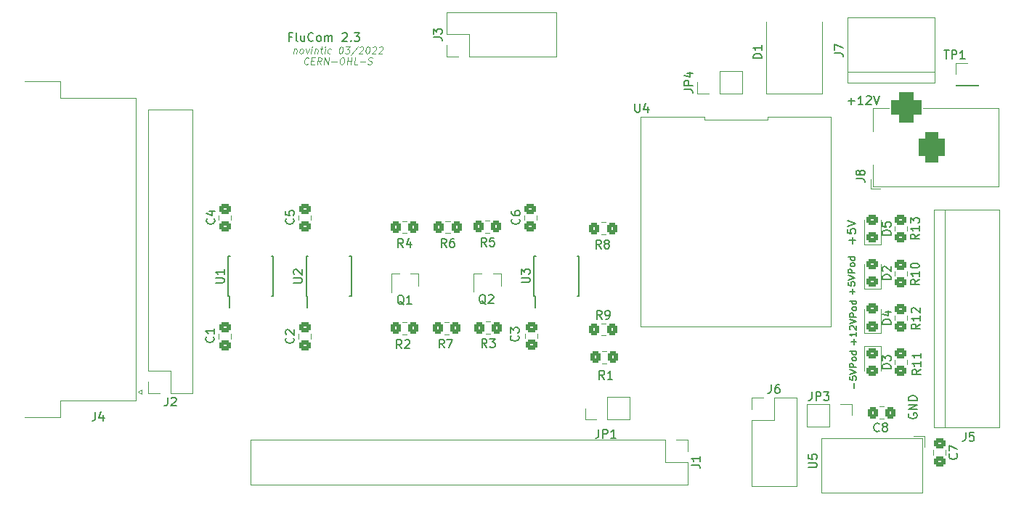
<source format=gbr>
G04 #@! TF.GenerationSoftware,KiCad,Pcbnew,(6.0.4-0)*
G04 #@! TF.CreationDate,2022-04-08T08:31:38+02:00*
G04 #@! TF.ProjectId,FluCom2,466c7543-6f6d-4322-9e6b-696361645f70,2.3*
G04 #@! TF.SameCoordinates,Original*
G04 #@! TF.FileFunction,Legend,Top*
G04 #@! TF.FilePolarity,Positive*
%FSLAX46Y46*%
G04 Gerber Fmt 4.6, Leading zero omitted, Abs format (unit mm)*
G04 Created by KiCad (PCBNEW (6.0.4-0)) date 2022-04-08 08:31:38*
%MOMM*%
%LPD*%
G01*
G04 APERTURE LIST*
G04 Aperture macros list*
%AMRoundRect*
0 Rectangle with rounded corners*
0 $1 Rounding radius*
0 $2 $3 $4 $5 $6 $7 $8 $9 X,Y pos of 4 corners*
0 Add a 4 corners polygon primitive as box body*
4,1,4,$2,$3,$4,$5,$6,$7,$8,$9,$2,$3,0*
0 Add four circle primitives for the rounded corners*
1,1,$1+$1,$2,$3*
1,1,$1+$1,$4,$5*
1,1,$1+$1,$6,$7*
1,1,$1+$1,$8,$9*
0 Add four rect primitives between the rounded corners*
20,1,$1+$1,$2,$3,$4,$5,0*
20,1,$1+$1,$4,$5,$6,$7,0*
20,1,$1+$1,$6,$7,$8,$9,0*
20,1,$1+$1,$8,$9,$2,$3,0*%
G04 Aperture macros list end*
%ADD10C,0.200000*%
%ADD11C,0.100000*%
%ADD12C,0.150000*%
%ADD13C,0.120000*%
%ADD14RoundRect,0.250000X-0.450000X0.325000X-0.450000X-0.325000X0.450000X-0.325000X0.450000X0.325000X0*%
%ADD15RoundRect,0.250000X0.450000X-0.325000X0.450000X0.325000X-0.450000X0.325000X-0.450000X-0.325000X0*%
%ADD16R,3.300000X2.500000*%
%ADD17R,1.700000X1.700000*%
%ADD18O,1.700000X1.700000*%
%ADD19R,3.500000X3.500000*%
%ADD20RoundRect,0.750000X0.750000X1.000000X-0.750000X1.000000X-0.750000X-1.000000X0.750000X-1.000000X0*%
%ADD21RoundRect,0.875000X0.875000X0.875000X-0.875000X0.875000X-0.875000X-0.875000X0.875000X-0.875000X0*%
%ADD22R,3.000000X3.000000*%
%ADD23C,3.000000*%
%ADD24R,0.800000X0.900000*%
%ADD25RoundRect,0.250000X0.325000X0.450000X-0.325000X0.450000X-0.325000X-0.450000X0.325000X-0.450000X0*%
%ADD26R,0.450000X1.450000*%
%ADD27R,1.500000X2.000000*%
%ADD28O,1.500000X2.000000*%
%ADD29RoundRect,0.250000X-0.325000X-0.450000X0.325000X-0.450000X0.325000X0.450000X-0.325000X0.450000X0*%
%ADD30R,1.600000X1.600000*%
%ADD31C,1.600000*%
%ADD32O,2.000000X1.200000*%
G04 APERTURE END LIST*
D10*
X88186095Y-87152171D02*
X87852761Y-87152171D01*
X87852761Y-87675980D02*
X87852761Y-86675980D01*
X88328952Y-86675980D01*
X88852761Y-87675980D02*
X88757523Y-87628361D01*
X88709904Y-87533123D01*
X88709904Y-86675980D01*
X89662285Y-87009314D02*
X89662285Y-87675980D01*
X89233714Y-87009314D02*
X89233714Y-87533123D01*
X89281333Y-87628361D01*
X89376571Y-87675980D01*
X89519428Y-87675980D01*
X89614666Y-87628361D01*
X89662285Y-87580742D01*
X90709904Y-87580742D02*
X90662285Y-87628361D01*
X90519428Y-87675980D01*
X90424190Y-87675980D01*
X90281333Y-87628361D01*
X90186095Y-87533123D01*
X90138476Y-87437885D01*
X90090857Y-87247409D01*
X90090857Y-87104552D01*
X90138476Y-86914076D01*
X90186095Y-86818838D01*
X90281333Y-86723600D01*
X90424190Y-86675980D01*
X90519428Y-86675980D01*
X90662285Y-86723600D01*
X90709904Y-86771219D01*
X91281333Y-87675980D02*
X91186095Y-87628361D01*
X91138476Y-87580742D01*
X91090857Y-87485504D01*
X91090857Y-87199790D01*
X91138476Y-87104552D01*
X91186095Y-87056933D01*
X91281333Y-87009314D01*
X91424190Y-87009314D01*
X91519428Y-87056933D01*
X91567047Y-87104552D01*
X91614666Y-87199790D01*
X91614666Y-87485504D01*
X91567047Y-87580742D01*
X91519428Y-87628361D01*
X91424190Y-87675980D01*
X91281333Y-87675980D01*
X92043238Y-87675980D02*
X92043238Y-87009314D01*
X92043238Y-87104552D02*
X92090857Y-87056933D01*
X92186095Y-87009314D01*
X92328952Y-87009314D01*
X92424190Y-87056933D01*
X92471809Y-87152171D01*
X92471809Y-87675980D01*
X92471809Y-87152171D02*
X92519428Y-87056933D01*
X92614666Y-87009314D01*
X92757523Y-87009314D01*
X92852761Y-87056933D01*
X92900380Y-87152171D01*
X92900380Y-87675980D01*
X94090857Y-86771219D02*
X94138476Y-86723600D01*
X94233714Y-86675980D01*
X94471809Y-86675980D01*
X94567047Y-86723600D01*
X94614666Y-86771219D01*
X94662285Y-86866457D01*
X94662285Y-86961695D01*
X94614666Y-87104552D01*
X94043238Y-87675980D01*
X94662285Y-87675980D01*
X95090857Y-87580742D02*
X95138476Y-87628361D01*
X95090857Y-87675980D01*
X95043238Y-87628361D01*
X95090857Y-87580742D01*
X95090857Y-87675980D01*
X95471809Y-86675980D02*
X96090857Y-86675980D01*
X95757523Y-87056933D01*
X95900380Y-87056933D01*
X95995619Y-87104552D01*
X96043238Y-87152171D01*
X96090857Y-87247409D01*
X96090857Y-87485504D01*
X96043238Y-87580742D01*
X95995619Y-87628361D01*
X95900380Y-87675980D01*
X95614666Y-87675980D01*
X95519428Y-87628361D01*
X95471809Y-87580742D01*
D11*
X88453423Y-88541771D02*
X88386757Y-89075104D01*
X88443900Y-88617961D02*
X88486757Y-88579866D01*
X88567709Y-88541771D01*
X88681995Y-88541771D01*
X88753423Y-88579866D01*
X88781995Y-88656057D01*
X88729614Y-89075104D01*
X89224852Y-89075104D02*
X89153423Y-89037009D01*
X89120090Y-88998914D01*
X89091519Y-88922723D01*
X89120090Y-88694152D01*
X89167709Y-88617961D01*
X89210566Y-88579866D01*
X89291519Y-88541771D01*
X89405804Y-88541771D01*
X89477233Y-88579866D01*
X89510566Y-88617961D01*
X89539138Y-88694152D01*
X89510566Y-88922723D01*
X89462947Y-88998914D01*
X89420090Y-89037009D01*
X89339138Y-89075104D01*
X89224852Y-89075104D01*
X89824852Y-88541771D02*
X89948661Y-89075104D01*
X90205804Y-88541771D01*
X90443900Y-89075104D02*
X90510566Y-88541771D01*
X90543900Y-88275104D02*
X90501042Y-88313200D01*
X90534376Y-88351295D01*
X90577233Y-88313200D01*
X90543900Y-88275104D01*
X90534376Y-88351295D01*
X90891519Y-88541771D02*
X90824852Y-89075104D01*
X90881995Y-88617961D02*
X90924852Y-88579866D01*
X91005804Y-88541771D01*
X91120090Y-88541771D01*
X91191519Y-88579866D01*
X91220090Y-88656057D01*
X91167709Y-89075104D01*
X91501042Y-88541771D02*
X91805804Y-88541771D01*
X91648661Y-88275104D02*
X91562947Y-88960819D01*
X91591519Y-89037009D01*
X91662947Y-89075104D01*
X91739138Y-89075104D01*
X92005804Y-89075104D02*
X92072471Y-88541771D01*
X92105804Y-88275104D02*
X92062947Y-88313200D01*
X92096280Y-88351295D01*
X92139138Y-88313200D01*
X92105804Y-88275104D01*
X92096280Y-88351295D01*
X92734376Y-89037009D02*
X92653423Y-89075104D01*
X92501042Y-89075104D01*
X92429614Y-89037009D01*
X92396280Y-88998914D01*
X92367709Y-88922723D01*
X92396280Y-88694152D01*
X92443900Y-88617961D01*
X92486757Y-88579866D01*
X92567709Y-88541771D01*
X92720090Y-88541771D01*
X92791519Y-88579866D01*
X93934376Y-88275104D02*
X94010566Y-88275104D01*
X94081995Y-88313200D01*
X94115328Y-88351295D01*
X94143900Y-88427485D01*
X94162947Y-88579866D01*
X94139138Y-88770342D01*
X94081995Y-88922723D01*
X94034376Y-88998914D01*
X93991519Y-89037009D01*
X93910566Y-89075104D01*
X93834376Y-89075104D01*
X93762947Y-89037009D01*
X93729614Y-88998914D01*
X93701042Y-88922723D01*
X93681995Y-88770342D01*
X93705804Y-88579866D01*
X93762947Y-88427485D01*
X93810566Y-88351295D01*
X93853423Y-88313200D01*
X93934376Y-88275104D01*
X94467709Y-88275104D02*
X94962947Y-88275104D01*
X94658185Y-88579866D01*
X94772471Y-88579866D01*
X94843900Y-88617961D01*
X94877233Y-88656057D01*
X94905804Y-88732247D01*
X94881995Y-88922723D01*
X94834376Y-88998914D01*
X94791519Y-89037009D01*
X94710566Y-89075104D01*
X94481995Y-89075104D01*
X94410566Y-89037009D01*
X94377233Y-88998914D01*
X95881995Y-88237009D02*
X95067709Y-89265580D01*
X96096280Y-88351295D02*
X96139138Y-88313200D01*
X96220090Y-88275104D01*
X96410566Y-88275104D01*
X96481995Y-88313200D01*
X96515328Y-88351295D01*
X96543900Y-88427485D01*
X96534376Y-88503676D01*
X96481995Y-88617961D01*
X95967709Y-89075104D01*
X96462947Y-89075104D01*
X97058185Y-88275104D02*
X97134376Y-88275104D01*
X97205804Y-88313200D01*
X97239138Y-88351295D01*
X97267709Y-88427485D01*
X97286757Y-88579866D01*
X97262947Y-88770342D01*
X97205804Y-88922723D01*
X97158185Y-88998914D01*
X97115328Y-89037009D01*
X97034376Y-89075104D01*
X96958185Y-89075104D01*
X96886757Y-89037009D01*
X96853423Y-88998914D01*
X96824852Y-88922723D01*
X96805804Y-88770342D01*
X96829614Y-88579866D01*
X96886757Y-88427485D01*
X96934376Y-88351295D01*
X96977233Y-88313200D01*
X97058185Y-88275104D01*
X97620090Y-88351295D02*
X97662947Y-88313200D01*
X97743900Y-88275104D01*
X97934376Y-88275104D01*
X98005804Y-88313200D01*
X98039138Y-88351295D01*
X98067709Y-88427485D01*
X98058185Y-88503676D01*
X98005804Y-88617961D01*
X97491519Y-89075104D01*
X97986757Y-89075104D01*
X98381995Y-88351295D02*
X98424852Y-88313200D01*
X98505804Y-88275104D01*
X98696280Y-88275104D01*
X98767709Y-88313200D01*
X98801042Y-88351295D01*
X98829614Y-88427485D01*
X98820090Y-88503676D01*
X98767709Y-88617961D01*
X98253423Y-89075104D01*
X98748661Y-89075104D01*
X90091519Y-90286914D02*
X90048661Y-90325009D01*
X89929614Y-90363104D01*
X89853423Y-90363104D01*
X89743900Y-90325009D01*
X89677233Y-90248819D01*
X89648661Y-90172628D01*
X89629614Y-90020247D01*
X89643900Y-89905961D01*
X89701042Y-89753580D01*
X89748661Y-89677390D01*
X89834376Y-89601200D01*
X89953423Y-89563104D01*
X90029614Y-89563104D01*
X90139138Y-89601200D01*
X90172471Y-89639295D01*
X90477233Y-89944057D02*
X90743900Y-89944057D01*
X90805804Y-90363104D02*
X90424852Y-90363104D01*
X90524852Y-89563104D01*
X90905804Y-89563104D01*
X91605804Y-90363104D02*
X91386757Y-89982152D01*
X91148661Y-90363104D02*
X91248661Y-89563104D01*
X91553423Y-89563104D01*
X91624852Y-89601200D01*
X91658185Y-89639295D01*
X91686757Y-89715485D01*
X91672471Y-89829771D01*
X91624852Y-89905961D01*
X91581995Y-89944057D01*
X91501042Y-89982152D01*
X91196280Y-89982152D01*
X91948661Y-90363104D02*
X92048661Y-89563104D01*
X92405804Y-90363104D01*
X92505804Y-89563104D01*
X92824852Y-90058342D02*
X93434376Y-90058342D01*
X94029614Y-89563104D02*
X94181995Y-89563104D01*
X94253423Y-89601200D01*
X94320090Y-89677390D01*
X94339138Y-89829771D01*
X94305804Y-90096438D01*
X94248661Y-90248819D01*
X94162947Y-90325009D01*
X94081995Y-90363104D01*
X93929614Y-90363104D01*
X93858185Y-90325009D01*
X93791519Y-90248819D01*
X93772471Y-90096438D01*
X93805804Y-89829771D01*
X93862947Y-89677390D01*
X93948661Y-89601200D01*
X94029614Y-89563104D01*
X94615328Y-90363104D02*
X94715328Y-89563104D01*
X94667709Y-89944057D02*
X95124852Y-89944057D01*
X95072471Y-90363104D02*
X95172471Y-89563104D01*
X95834376Y-90363104D02*
X95453423Y-90363104D01*
X95553423Y-89563104D01*
X96139138Y-90058342D02*
X96748661Y-90058342D01*
X97058185Y-90325009D02*
X97167709Y-90363104D01*
X97358185Y-90363104D01*
X97439138Y-90325009D01*
X97481995Y-90286914D01*
X97529614Y-90210723D01*
X97539138Y-90134533D01*
X97510566Y-90058342D01*
X97477233Y-90020247D01*
X97405804Y-89982152D01*
X97258185Y-89944057D01*
X97186757Y-89905961D01*
X97153423Y-89867866D01*
X97124852Y-89791676D01*
X97134376Y-89715485D01*
X97181995Y-89639295D01*
X97224852Y-89601200D01*
X97305804Y-89563104D01*
X97496280Y-89563104D01*
X97605804Y-89601200D01*
D10*
X153557142Y-117152380D02*
X153557142Y-116542857D01*
X153861904Y-116847619D02*
X153252380Y-116847619D01*
X153061904Y-115780952D02*
X153061904Y-116161904D01*
X153442857Y-116200000D01*
X153404761Y-116161904D01*
X153366666Y-116085714D01*
X153366666Y-115895238D01*
X153404761Y-115819047D01*
X153442857Y-115780952D01*
X153519047Y-115742857D01*
X153709523Y-115742857D01*
X153785714Y-115780952D01*
X153823809Y-115819047D01*
X153861904Y-115895238D01*
X153861904Y-116085714D01*
X153823809Y-116161904D01*
X153785714Y-116200000D01*
X153061904Y-115514285D02*
X153861904Y-115247619D01*
X153061904Y-114980952D01*
X153861904Y-114714285D02*
X153061904Y-114714285D01*
X153061904Y-114409523D01*
X153100000Y-114333333D01*
X153138095Y-114295238D01*
X153214285Y-114257142D01*
X153328571Y-114257142D01*
X153404761Y-114295238D01*
X153442857Y-114333333D01*
X153480952Y-114409523D01*
X153480952Y-114714285D01*
X153861904Y-113800000D02*
X153823809Y-113876190D01*
X153785714Y-113914285D01*
X153709523Y-113952380D01*
X153480952Y-113952380D01*
X153404761Y-113914285D01*
X153366666Y-113876190D01*
X153328571Y-113800000D01*
X153328571Y-113685714D01*
X153366666Y-113609523D01*
X153404761Y-113571428D01*
X153480952Y-113533333D01*
X153709523Y-113533333D01*
X153785714Y-113571428D01*
X153823809Y-113609523D01*
X153861904Y-113685714D01*
X153861904Y-113800000D01*
X153861904Y-112847619D02*
X153061904Y-112847619D01*
X153823809Y-112847619D02*
X153861904Y-112923809D01*
X153861904Y-113076190D01*
X153823809Y-113152380D01*
X153785714Y-113190476D01*
X153709523Y-113228571D01*
X153480952Y-113228571D01*
X153404761Y-113190476D01*
X153366666Y-113152380D01*
X153328571Y-113076190D01*
X153328571Y-112923809D01*
X153366666Y-112847619D01*
X153025695Y-94661028D02*
X153787600Y-94661028D01*
X153406647Y-95041980D02*
X153406647Y-94280076D01*
X154787600Y-95041980D02*
X154216171Y-95041980D01*
X154501885Y-95041980D02*
X154501885Y-94041980D01*
X154406647Y-94184838D01*
X154311409Y-94280076D01*
X154216171Y-94327695D01*
X155168552Y-94137219D02*
X155216171Y-94089600D01*
X155311409Y-94041980D01*
X155549504Y-94041980D01*
X155644742Y-94089600D01*
X155692361Y-94137219D01*
X155739980Y-94232457D01*
X155739980Y-94327695D01*
X155692361Y-94470552D01*
X155120933Y-95041980D01*
X155739980Y-95041980D01*
X156025695Y-94041980D02*
X156359028Y-95041980D01*
X156692361Y-94041980D01*
X160129600Y-131114704D02*
X160081980Y-131209942D01*
X160081980Y-131352800D01*
X160129600Y-131495657D01*
X160224838Y-131590895D01*
X160320076Y-131638514D01*
X160510552Y-131686133D01*
X160653409Y-131686133D01*
X160843885Y-131638514D01*
X160939123Y-131590895D01*
X161034361Y-131495657D01*
X161081980Y-131352800D01*
X161081980Y-131257561D01*
X161034361Y-131114704D01*
X160986742Y-131067085D01*
X160653409Y-131067085D01*
X160653409Y-131257561D01*
X161081980Y-130638514D02*
X160081980Y-130638514D01*
X161081980Y-130067085D01*
X160081980Y-130067085D01*
X161081980Y-129590895D02*
X160081980Y-129590895D01*
X160081980Y-129352800D01*
X160129600Y-129209942D01*
X160224838Y-129114704D01*
X160320076Y-129067085D01*
X160510552Y-129019466D01*
X160653409Y-129019466D01*
X160843885Y-129067085D01*
X160939123Y-129114704D01*
X161034361Y-129209942D01*
X161081980Y-129352800D01*
X161081980Y-129590895D01*
X153727142Y-123033333D02*
X153727142Y-122423809D01*
X154031904Y-122728571D02*
X153422380Y-122728571D01*
X154031904Y-121623809D02*
X154031904Y-122080952D01*
X154031904Y-121852380D02*
X153231904Y-121852380D01*
X153346190Y-121928571D01*
X153422380Y-122004761D01*
X153460476Y-122080952D01*
X153308095Y-121319047D02*
X153270000Y-121280952D01*
X153231904Y-121204761D01*
X153231904Y-121014285D01*
X153270000Y-120938095D01*
X153308095Y-120900000D01*
X153384285Y-120861904D01*
X153460476Y-120861904D01*
X153574761Y-120900000D01*
X154031904Y-121357142D01*
X154031904Y-120861904D01*
X153231904Y-120633333D02*
X154031904Y-120366666D01*
X153231904Y-120100000D01*
X154031904Y-119833333D02*
X153231904Y-119833333D01*
X153231904Y-119528571D01*
X153270000Y-119452380D01*
X153308095Y-119414285D01*
X153384285Y-119376190D01*
X153498571Y-119376190D01*
X153574761Y-119414285D01*
X153612857Y-119452380D01*
X153650952Y-119528571D01*
X153650952Y-119833333D01*
X154031904Y-118919047D02*
X153993809Y-118995238D01*
X153955714Y-119033333D01*
X153879523Y-119071428D01*
X153650952Y-119071428D01*
X153574761Y-119033333D01*
X153536666Y-118995238D01*
X153498571Y-118919047D01*
X153498571Y-118804761D01*
X153536666Y-118728571D01*
X153574761Y-118690476D01*
X153650952Y-118652380D01*
X153879523Y-118652380D01*
X153955714Y-118690476D01*
X153993809Y-118728571D01*
X154031904Y-118804761D01*
X154031904Y-118919047D01*
X154031904Y-117966666D02*
X153231904Y-117966666D01*
X153993809Y-117966666D02*
X154031904Y-118042857D01*
X154031904Y-118195238D01*
X153993809Y-118271428D01*
X153955714Y-118309523D01*
X153879523Y-118347619D01*
X153650952Y-118347619D01*
X153574761Y-118309523D01*
X153536666Y-118271428D01*
X153498571Y-118195238D01*
X153498571Y-118042857D01*
X153536666Y-117966666D01*
X153727142Y-128152380D02*
X153727142Y-127542857D01*
X153231904Y-126780952D02*
X153231904Y-127161904D01*
X153612857Y-127200000D01*
X153574761Y-127161904D01*
X153536666Y-127085714D01*
X153536666Y-126895238D01*
X153574761Y-126819047D01*
X153612857Y-126780952D01*
X153689047Y-126742857D01*
X153879523Y-126742857D01*
X153955714Y-126780952D01*
X153993809Y-126819047D01*
X154031904Y-126895238D01*
X154031904Y-127085714D01*
X153993809Y-127161904D01*
X153955714Y-127200000D01*
X153231904Y-126514285D02*
X154031904Y-126247619D01*
X153231904Y-125980952D01*
X154031904Y-125714285D02*
X153231904Y-125714285D01*
X153231904Y-125409523D01*
X153270000Y-125333333D01*
X153308095Y-125295238D01*
X153384285Y-125257142D01*
X153498571Y-125257142D01*
X153574761Y-125295238D01*
X153612857Y-125333333D01*
X153650952Y-125409523D01*
X153650952Y-125714285D01*
X154031904Y-124800000D02*
X153993809Y-124876190D01*
X153955714Y-124914285D01*
X153879523Y-124952380D01*
X153650952Y-124952380D01*
X153574761Y-124914285D01*
X153536666Y-124876190D01*
X153498571Y-124800000D01*
X153498571Y-124685714D01*
X153536666Y-124609523D01*
X153574761Y-124571428D01*
X153650952Y-124533333D01*
X153879523Y-124533333D01*
X153955714Y-124571428D01*
X153993809Y-124609523D01*
X154031904Y-124685714D01*
X154031904Y-124800000D01*
X154031904Y-123847619D02*
X153231904Y-123847619D01*
X153993809Y-123847619D02*
X154031904Y-123923809D01*
X154031904Y-124076190D01*
X153993809Y-124152380D01*
X153955714Y-124190476D01*
X153879523Y-124228571D01*
X153650952Y-124228571D01*
X153574761Y-124190476D01*
X153536666Y-124152380D01*
X153498571Y-124076190D01*
X153498571Y-123923809D01*
X153536666Y-123847619D01*
X153571428Y-111285714D02*
X153571428Y-110523809D01*
X153952380Y-110904761D02*
X153190476Y-110904761D01*
X152952380Y-109571428D02*
X152952380Y-110047619D01*
X153428571Y-110095238D01*
X153380952Y-110047619D01*
X153333333Y-109952380D01*
X153333333Y-109714285D01*
X153380952Y-109619047D01*
X153428571Y-109571428D01*
X153523809Y-109523809D01*
X153761904Y-109523809D01*
X153857142Y-109571428D01*
X153904761Y-109619047D01*
X153952380Y-109714285D01*
X153952380Y-109952380D01*
X153904761Y-110047619D01*
X153857142Y-110095238D01*
X152952380Y-109238095D02*
X153952380Y-108904761D01*
X152952380Y-108571428D01*
D12*
X79057142Y-122166666D02*
X79104761Y-122214285D01*
X79152380Y-122357142D01*
X79152380Y-122452380D01*
X79104761Y-122595238D01*
X79009523Y-122690476D01*
X78914285Y-122738095D01*
X78723809Y-122785714D01*
X78580952Y-122785714D01*
X78390476Y-122738095D01*
X78295238Y-122690476D01*
X78200000Y-122595238D01*
X78152380Y-122452380D01*
X78152380Y-122357142D01*
X78200000Y-122214285D01*
X78247619Y-122166666D01*
X79152380Y-121214285D02*
X79152380Y-121785714D01*
X79152380Y-121500000D02*
X78152380Y-121500000D01*
X78295238Y-121595238D01*
X78390476Y-121690476D01*
X78438095Y-121785714D01*
X88357142Y-122266666D02*
X88404761Y-122314285D01*
X88452380Y-122457142D01*
X88452380Y-122552380D01*
X88404761Y-122695238D01*
X88309523Y-122790476D01*
X88214285Y-122838095D01*
X88023809Y-122885714D01*
X87880952Y-122885714D01*
X87690476Y-122838095D01*
X87595238Y-122790476D01*
X87500000Y-122695238D01*
X87452380Y-122552380D01*
X87452380Y-122457142D01*
X87500000Y-122314285D01*
X87547619Y-122266666D01*
X87547619Y-121885714D02*
X87500000Y-121838095D01*
X87452380Y-121742857D01*
X87452380Y-121504761D01*
X87500000Y-121409523D01*
X87547619Y-121361904D01*
X87642857Y-121314285D01*
X87738095Y-121314285D01*
X87880952Y-121361904D01*
X88452380Y-121933333D01*
X88452380Y-121314285D01*
X88357142Y-108366666D02*
X88404761Y-108414285D01*
X88452380Y-108557142D01*
X88452380Y-108652380D01*
X88404761Y-108795238D01*
X88309523Y-108890476D01*
X88214285Y-108938095D01*
X88023809Y-108985714D01*
X87880952Y-108985714D01*
X87690476Y-108938095D01*
X87595238Y-108890476D01*
X87500000Y-108795238D01*
X87452380Y-108652380D01*
X87452380Y-108557142D01*
X87500000Y-108414285D01*
X87547619Y-108366666D01*
X87452380Y-107461904D02*
X87452380Y-107938095D01*
X87928571Y-107985714D01*
X87880952Y-107938095D01*
X87833333Y-107842857D01*
X87833333Y-107604761D01*
X87880952Y-107509523D01*
X87928571Y-107461904D01*
X88023809Y-107414285D01*
X88261904Y-107414285D01*
X88357142Y-107461904D01*
X88404761Y-107509523D01*
X88452380Y-107604761D01*
X88452380Y-107842857D01*
X88404761Y-107938095D01*
X88357142Y-107985714D01*
X165710142Y-135802666D02*
X165757761Y-135850285D01*
X165805380Y-135993142D01*
X165805380Y-136088380D01*
X165757761Y-136231238D01*
X165662523Y-136326476D01*
X165567285Y-136374095D01*
X165376809Y-136421714D01*
X165233952Y-136421714D01*
X165043476Y-136374095D01*
X164948238Y-136326476D01*
X164853000Y-136231238D01*
X164805380Y-136088380D01*
X164805380Y-135993142D01*
X164853000Y-135850285D01*
X164900619Y-135802666D01*
X164805380Y-135469333D02*
X164805380Y-134802666D01*
X165805380Y-135231238D01*
X158027380Y-115463095D02*
X157027380Y-115463095D01*
X157027380Y-115225000D01*
X157075000Y-115082142D01*
X157170238Y-114986904D01*
X157265476Y-114939285D01*
X157455952Y-114891666D01*
X157598809Y-114891666D01*
X157789285Y-114939285D01*
X157884523Y-114986904D01*
X157979761Y-115082142D01*
X158027380Y-115225000D01*
X158027380Y-115463095D01*
X157122619Y-114510714D02*
X157075000Y-114463095D01*
X157027380Y-114367857D01*
X157027380Y-114129761D01*
X157075000Y-114034523D01*
X157122619Y-113986904D01*
X157217857Y-113939285D01*
X157313095Y-113939285D01*
X157455952Y-113986904D01*
X158027380Y-114558333D01*
X158027380Y-113939285D01*
X158027380Y-125863095D02*
X157027380Y-125863095D01*
X157027380Y-125625000D01*
X157075000Y-125482142D01*
X157170238Y-125386904D01*
X157265476Y-125339285D01*
X157455952Y-125291666D01*
X157598809Y-125291666D01*
X157789285Y-125339285D01*
X157884523Y-125386904D01*
X157979761Y-125482142D01*
X158027380Y-125625000D01*
X158027380Y-125863095D01*
X157027380Y-124958333D02*
X157027380Y-124339285D01*
X157408333Y-124672619D01*
X157408333Y-124529761D01*
X157455952Y-124434523D01*
X157503571Y-124386904D01*
X157598809Y-124339285D01*
X157836904Y-124339285D01*
X157932142Y-124386904D01*
X157979761Y-124434523D01*
X158027380Y-124529761D01*
X158027380Y-124815476D01*
X157979761Y-124910714D01*
X157932142Y-124958333D01*
X158059380Y-120663095D02*
X157059380Y-120663095D01*
X157059380Y-120425000D01*
X157107000Y-120282142D01*
X157202238Y-120186904D01*
X157297476Y-120139285D01*
X157487952Y-120091666D01*
X157630809Y-120091666D01*
X157821285Y-120139285D01*
X157916523Y-120186904D01*
X158011761Y-120282142D01*
X158059380Y-120425000D01*
X158059380Y-120663095D01*
X157392714Y-119234523D02*
X158059380Y-119234523D01*
X157011761Y-119472619D02*
X157726047Y-119710714D01*
X157726047Y-119091666D01*
X158027380Y-110263095D02*
X157027380Y-110263095D01*
X157027380Y-110025000D01*
X157075000Y-109882142D01*
X157170238Y-109786904D01*
X157265476Y-109739285D01*
X157455952Y-109691666D01*
X157598809Y-109691666D01*
X157789285Y-109739285D01*
X157884523Y-109786904D01*
X157979761Y-109882142D01*
X158027380Y-110025000D01*
X158027380Y-110263095D01*
X157027380Y-108786904D02*
X157027380Y-109263095D01*
X157503571Y-109310714D01*
X157455952Y-109263095D01*
X157408333Y-109167857D01*
X157408333Y-108929761D01*
X157455952Y-108834523D01*
X157503571Y-108786904D01*
X157598809Y-108739285D01*
X157836904Y-108739285D01*
X157932142Y-108786904D01*
X157979761Y-108834523D01*
X158027380Y-108929761D01*
X158027380Y-109167857D01*
X157979761Y-109263095D01*
X157932142Y-109310714D01*
X142971780Y-89663495D02*
X141971780Y-89663495D01*
X141971780Y-89425400D01*
X142019400Y-89282542D01*
X142114638Y-89187304D01*
X142209876Y-89139685D01*
X142400352Y-89092066D01*
X142543209Y-89092066D01*
X142733685Y-89139685D01*
X142828923Y-89187304D01*
X142924161Y-89282542D01*
X142971780Y-89425400D01*
X142971780Y-89663495D01*
X142971780Y-88139685D02*
X142971780Y-88711114D01*
X142971780Y-88425400D02*
X141971780Y-88425400D01*
X142114638Y-88520638D01*
X142209876Y-88615876D01*
X142257495Y-88711114D01*
X134782380Y-137103333D02*
X135496666Y-137103333D01*
X135639523Y-137150952D01*
X135734761Y-137246190D01*
X135782380Y-137389047D01*
X135782380Y-137484285D01*
X135782380Y-136103333D02*
X135782380Y-136674761D01*
X135782380Y-136389047D02*
X134782380Y-136389047D01*
X134925238Y-136484285D01*
X135020476Y-136579523D01*
X135068095Y-136674761D01*
X73711666Y-129207380D02*
X73711666Y-129921666D01*
X73664047Y-130064523D01*
X73568809Y-130159761D01*
X73425952Y-130207380D01*
X73330714Y-130207380D01*
X74140238Y-129302619D02*
X74187857Y-129255000D01*
X74283095Y-129207380D01*
X74521190Y-129207380D01*
X74616428Y-129255000D01*
X74664047Y-129302619D01*
X74711666Y-129397857D01*
X74711666Y-129493095D01*
X74664047Y-129635952D01*
X74092619Y-130207380D01*
X74711666Y-130207380D01*
X153991380Y-103708333D02*
X154705666Y-103708333D01*
X154848523Y-103755952D01*
X154943761Y-103851190D01*
X154991380Y-103994047D01*
X154991380Y-104089285D01*
X154419952Y-103089285D02*
X154372333Y-103184523D01*
X154324714Y-103232142D01*
X154229476Y-103279761D01*
X154181857Y-103279761D01*
X154086619Y-103232142D01*
X154039000Y-103184523D01*
X153991380Y-103089285D01*
X153991380Y-102898809D01*
X154039000Y-102803571D01*
X154086619Y-102755952D01*
X154181857Y-102708333D01*
X154229476Y-102708333D01*
X154324714Y-102755952D01*
X154372333Y-102803571D01*
X154419952Y-102898809D01*
X154419952Y-103089285D01*
X154467571Y-103184523D01*
X154515190Y-103232142D01*
X154610428Y-103279761D01*
X154800904Y-103279761D01*
X154896142Y-103232142D01*
X154943761Y-103184523D01*
X154991380Y-103089285D01*
X154991380Y-102898809D01*
X154943761Y-102803571D01*
X154896142Y-102755952D01*
X154800904Y-102708333D01*
X154610428Y-102708333D01*
X154515190Y-102755952D01*
X154467571Y-102803571D01*
X154419952Y-102898809D01*
X166747866Y-133310380D02*
X166747866Y-134024666D01*
X166700247Y-134167523D01*
X166605009Y-134262761D01*
X166462152Y-134310380D01*
X166366914Y-134310380D01*
X167700247Y-133310380D02*
X167224057Y-133310380D01*
X167176438Y-133786571D01*
X167224057Y-133738952D01*
X167319295Y-133691333D01*
X167557390Y-133691333D01*
X167652628Y-133738952D01*
X167700247Y-133786571D01*
X167747866Y-133881809D01*
X167747866Y-134119904D01*
X167700247Y-134215142D01*
X167652628Y-134262761D01*
X167557390Y-134310380D01*
X167319295Y-134310380D01*
X167224057Y-134262761D01*
X167176438Y-134215142D01*
X151452380Y-89033333D02*
X152166666Y-89033333D01*
X152309523Y-89080952D01*
X152404761Y-89176190D01*
X152452380Y-89319047D01*
X152452380Y-89414285D01*
X151452380Y-88652380D02*
X151452380Y-87985714D01*
X152452380Y-88414285D01*
X148823466Y-128585980D02*
X148823466Y-129300266D01*
X148775847Y-129443123D01*
X148680609Y-129538361D01*
X148537752Y-129585980D01*
X148442514Y-129585980D01*
X149299657Y-129585980D02*
X149299657Y-128585980D01*
X149680609Y-128585980D01*
X149775847Y-128633600D01*
X149823466Y-128681219D01*
X149871085Y-128776457D01*
X149871085Y-128919314D01*
X149823466Y-129014552D01*
X149775847Y-129062171D01*
X149680609Y-129109790D01*
X149299657Y-129109790D01*
X150204419Y-128585980D02*
X150823466Y-128585980D01*
X150490133Y-128966933D01*
X150632990Y-128966933D01*
X150728228Y-129014552D01*
X150775847Y-129062171D01*
X150823466Y-129157409D01*
X150823466Y-129395504D01*
X150775847Y-129490742D01*
X150728228Y-129538361D01*
X150632990Y-129585980D01*
X150347276Y-129585980D01*
X150252038Y-129538361D01*
X150204419Y-129490742D01*
X110806761Y-118347619D02*
X110711523Y-118300000D01*
X110616285Y-118204761D01*
X110473428Y-118061904D01*
X110378190Y-118014285D01*
X110282952Y-118014285D01*
X110330571Y-118252380D02*
X110235333Y-118204761D01*
X110140095Y-118109523D01*
X110092476Y-117919047D01*
X110092476Y-117585714D01*
X110140095Y-117395238D01*
X110235333Y-117300000D01*
X110330571Y-117252380D01*
X110521047Y-117252380D01*
X110616285Y-117300000D01*
X110711523Y-117395238D01*
X110759142Y-117585714D01*
X110759142Y-117919047D01*
X110711523Y-118109523D01*
X110616285Y-118204761D01*
X110521047Y-118252380D01*
X110330571Y-118252380D01*
X111140095Y-117347619D02*
X111187714Y-117300000D01*
X111282952Y-117252380D01*
X111521047Y-117252380D01*
X111616285Y-117300000D01*
X111663904Y-117347619D01*
X111711523Y-117442857D01*
X111711523Y-117538095D01*
X111663904Y-117680952D01*
X111092476Y-118252380D01*
X111711523Y-118252380D01*
X161327380Y-115467857D02*
X160851190Y-115801190D01*
X161327380Y-116039285D02*
X160327380Y-116039285D01*
X160327380Y-115658333D01*
X160375000Y-115563095D01*
X160422619Y-115515476D01*
X160517857Y-115467857D01*
X160660714Y-115467857D01*
X160755952Y-115515476D01*
X160803571Y-115563095D01*
X160851190Y-115658333D01*
X160851190Y-116039285D01*
X161327380Y-114515476D02*
X161327380Y-115086904D01*
X161327380Y-114801190D02*
X160327380Y-114801190D01*
X160470238Y-114896428D01*
X160565476Y-114991666D01*
X160613095Y-115086904D01*
X160327380Y-113896428D02*
X160327380Y-113801190D01*
X160375000Y-113705952D01*
X160422619Y-113658333D01*
X160517857Y-113610714D01*
X160708333Y-113563095D01*
X160946428Y-113563095D01*
X161136904Y-113610714D01*
X161232142Y-113658333D01*
X161279761Y-113705952D01*
X161327380Y-113801190D01*
X161327380Y-113896428D01*
X161279761Y-113991666D01*
X161232142Y-114039285D01*
X161136904Y-114086904D01*
X160946428Y-114134523D01*
X160708333Y-114134523D01*
X160517857Y-114086904D01*
X160422619Y-114039285D01*
X160375000Y-113991666D01*
X160327380Y-113896428D01*
X161427380Y-120667857D02*
X160951190Y-121001190D01*
X161427380Y-121239285D02*
X160427380Y-121239285D01*
X160427380Y-120858333D01*
X160475000Y-120763095D01*
X160522619Y-120715476D01*
X160617857Y-120667857D01*
X160760714Y-120667857D01*
X160855952Y-120715476D01*
X160903571Y-120763095D01*
X160951190Y-120858333D01*
X160951190Y-121239285D01*
X161427380Y-119715476D02*
X161427380Y-120286904D01*
X161427380Y-120001190D02*
X160427380Y-120001190D01*
X160570238Y-120096428D01*
X160665476Y-120191666D01*
X160713095Y-120286904D01*
X160522619Y-119334523D02*
X160475000Y-119286904D01*
X160427380Y-119191666D01*
X160427380Y-118953571D01*
X160475000Y-118858333D01*
X160522619Y-118810714D01*
X160617857Y-118763095D01*
X160713095Y-118763095D01*
X160855952Y-118810714D01*
X161427380Y-119382142D01*
X161427380Y-118763095D01*
X161327380Y-110167857D02*
X160851190Y-110501190D01*
X161327380Y-110739285D02*
X160327380Y-110739285D01*
X160327380Y-110358333D01*
X160375000Y-110263095D01*
X160422619Y-110215476D01*
X160517857Y-110167857D01*
X160660714Y-110167857D01*
X160755952Y-110215476D01*
X160803571Y-110263095D01*
X160851190Y-110358333D01*
X160851190Y-110739285D01*
X161327380Y-109215476D02*
X161327380Y-109786904D01*
X161327380Y-109501190D02*
X160327380Y-109501190D01*
X160470238Y-109596428D01*
X160565476Y-109691666D01*
X160613095Y-109786904D01*
X160327380Y-108882142D02*
X160327380Y-108263095D01*
X160708333Y-108596428D01*
X160708333Y-108453571D01*
X160755952Y-108358333D01*
X160803571Y-108310714D01*
X160898809Y-108263095D01*
X161136904Y-108263095D01*
X161232142Y-108310714D01*
X161279761Y-108358333D01*
X161327380Y-108453571D01*
X161327380Y-108739285D01*
X161279761Y-108834523D01*
X161232142Y-108882142D01*
X110932933Y-123388380D02*
X110599600Y-122912190D01*
X110361504Y-123388380D02*
X110361504Y-122388380D01*
X110742457Y-122388380D01*
X110837695Y-122436000D01*
X110885314Y-122483619D01*
X110932933Y-122578857D01*
X110932933Y-122721714D01*
X110885314Y-122816952D01*
X110837695Y-122864571D01*
X110742457Y-122912190D01*
X110361504Y-122912190D01*
X111266266Y-122388380D02*
X111885314Y-122388380D01*
X111551980Y-122769333D01*
X111694838Y-122769333D01*
X111790076Y-122816952D01*
X111837695Y-122864571D01*
X111885314Y-122959809D01*
X111885314Y-123197904D01*
X111837695Y-123293142D01*
X111790076Y-123340761D01*
X111694838Y-123388380D01*
X111409123Y-123388380D01*
X111313885Y-123340761D01*
X111266266Y-123293142D01*
X105954533Y-123439180D02*
X105621200Y-122962990D01*
X105383104Y-123439180D02*
X105383104Y-122439180D01*
X105764057Y-122439180D01*
X105859295Y-122486800D01*
X105906914Y-122534419D01*
X105954533Y-122629657D01*
X105954533Y-122772514D01*
X105906914Y-122867752D01*
X105859295Y-122915371D01*
X105764057Y-122962990D01*
X105383104Y-122962990D01*
X106287866Y-122439180D02*
X106954533Y-122439180D01*
X106525961Y-123439180D01*
X164244495Y-88707980D02*
X164815923Y-88707980D01*
X164530209Y-89707980D02*
X164530209Y-88707980D01*
X165149257Y-89707980D02*
X165149257Y-88707980D01*
X165530209Y-88707980D01*
X165625447Y-88755600D01*
X165673066Y-88803219D01*
X165720685Y-88898457D01*
X165720685Y-89041314D01*
X165673066Y-89136552D01*
X165625447Y-89184171D01*
X165530209Y-89231790D01*
X165149257Y-89231790D01*
X166673066Y-89707980D02*
X166101638Y-89707980D01*
X166387352Y-89707980D02*
X166387352Y-88707980D01*
X166292114Y-88850838D01*
X166196876Y-88946076D01*
X166101638Y-88993695D01*
X79302380Y-115861904D02*
X80111904Y-115861904D01*
X80207142Y-115814285D01*
X80254761Y-115766666D01*
X80302380Y-115671428D01*
X80302380Y-115480952D01*
X80254761Y-115385714D01*
X80207142Y-115338095D01*
X80111904Y-115290476D01*
X79302380Y-115290476D01*
X80302380Y-114290476D02*
X80302380Y-114861904D01*
X80302380Y-114576190D02*
X79302380Y-114576190D01*
X79445238Y-114671428D01*
X79540476Y-114766666D01*
X79588095Y-114861904D01*
X88402380Y-115861904D02*
X89211904Y-115861904D01*
X89307142Y-115814285D01*
X89354761Y-115766666D01*
X89402380Y-115671428D01*
X89402380Y-115480952D01*
X89354761Y-115385714D01*
X89307142Y-115338095D01*
X89211904Y-115290476D01*
X88402380Y-115290476D01*
X88497619Y-114861904D02*
X88450000Y-114814285D01*
X88402380Y-114719047D01*
X88402380Y-114480952D01*
X88450000Y-114385714D01*
X88497619Y-114338095D01*
X88592857Y-114290476D01*
X88688095Y-114290476D01*
X88830952Y-114338095D01*
X89402380Y-114909523D01*
X89402380Y-114290476D01*
X148423380Y-137413904D02*
X149232904Y-137413904D01*
X149328142Y-137366285D01*
X149375761Y-137318666D01*
X149423380Y-137223428D01*
X149423380Y-137032952D01*
X149375761Y-136937714D01*
X149328142Y-136890095D01*
X149232904Y-136842476D01*
X148423380Y-136842476D01*
X148423380Y-135890095D02*
X148423380Y-136366285D01*
X148899571Y-136413904D01*
X148851952Y-136366285D01*
X148804333Y-136271047D01*
X148804333Y-136032952D01*
X148851952Y-135937714D01*
X148899571Y-135890095D01*
X148994809Y-135842476D01*
X149232904Y-135842476D01*
X149328142Y-135890095D01*
X149375761Y-135937714D01*
X149423380Y-136032952D01*
X149423380Y-136271047D01*
X149375761Y-136366285D01*
X149328142Y-136413904D01*
X101010333Y-123502380D02*
X100677000Y-123026190D01*
X100438904Y-123502380D02*
X100438904Y-122502380D01*
X100819857Y-122502380D01*
X100915095Y-122550000D01*
X100962714Y-122597619D01*
X101010333Y-122692857D01*
X101010333Y-122835714D01*
X100962714Y-122930952D01*
X100915095Y-122978571D01*
X100819857Y-123026190D01*
X100438904Y-123026190D01*
X101391285Y-122597619D02*
X101438904Y-122550000D01*
X101534142Y-122502380D01*
X101772238Y-122502380D01*
X101867476Y-122550000D01*
X101915095Y-122597619D01*
X101962714Y-122692857D01*
X101962714Y-122788095D01*
X101915095Y-122930952D01*
X101343666Y-123502380D01*
X101962714Y-123502380D01*
X101185333Y-111702380D02*
X100852000Y-111226190D01*
X100613904Y-111702380D02*
X100613904Y-110702380D01*
X100994857Y-110702380D01*
X101090095Y-110750000D01*
X101137714Y-110797619D01*
X101185333Y-110892857D01*
X101185333Y-111035714D01*
X101137714Y-111130952D01*
X101090095Y-111178571D01*
X100994857Y-111226190D01*
X100613904Y-111226190D01*
X102042476Y-111035714D02*
X102042476Y-111702380D01*
X101804380Y-110654761D02*
X101566285Y-111369047D01*
X102185333Y-111369047D01*
X101256761Y-118397619D02*
X101161523Y-118350000D01*
X101066285Y-118254761D01*
X100923428Y-118111904D01*
X100828190Y-118064285D01*
X100732952Y-118064285D01*
X100780571Y-118302380D02*
X100685333Y-118254761D01*
X100590095Y-118159523D01*
X100542476Y-117969047D01*
X100542476Y-117635714D01*
X100590095Y-117445238D01*
X100685333Y-117350000D01*
X100780571Y-117302380D01*
X100971047Y-117302380D01*
X101066285Y-117350000D01*
X101161523Y-117445238D01*
X101209142Y-117635714D01*
X101209142Y-117969047D01*
X101161523Y-118159523D01*
X101066285Y-118254761D01*
X100971047Y-118302380D01*
X100780571Y-118302380D01*
X102161523Y-118302380D02*
X101590095Y-118302380D01*
X101875809Y-118302380D02*
X101875809Y-117302380D01*
X101780571Y-117445238D01*
X101685333Y-117540476D01*
X101590095Y-117588095D01*
X110882133Y-111602780D02*
X110548800Y-111126590D01*
X110310704Y-111602780D02*
X110310704Y-110602780D01*
X110691657Y-110602780D01*
X110786895Y-110650400D01*
X110834514Y-110698019D01*
X110882133Y-110793257D01*
X110882133Y-110936114D01*
X110834514Y-111031352D01*
X110786895Y-111078971D01*
X110691657Y-111126590D01*
X110310704Y-111126590D01*
X111786895Y-110602780D02*
X111310704Y-110602780D01*
X111263085Y-111078971D01*
X111310704Y-111031352D01*
X111405942Y-110983733D01*
X111644038Y-110983733D01*
X111739276Y-111031352D01*
X111786895Y-111078971D01*
X111834514Y-111174209D01*
X111834514Y-111412304D01*
X111786895Y-111507542D01*
X111739276Y-111555161D01*
X111644038Y-111602780D01*
X111405942Y-111602780D01*
X111310704Y-111555161D01*
X111263085Y-111507542D01*
X124633334Y-127102381D02*
X124300001Y-126626191D01*
X124061905Y-127102381D02*
X124061905Y-126102381D01*
X124442858Y-126102381D01*
X124538096Y-126150001D01*
X124585715Y-126197620D01*
X124633334Y-126292858D01*
X124633334Y-126435715D01*
X124585715Y-126530953D01*
X124538096Y-126578572D01*
X124442858Y-126626191D01*
X124061905Y-126626191D01*
X125585715Y-127102381D02*
X125014286Y-127102381D01*
X125300001Y-127102381D02*
X125300001Y-126102381D01*
X125204762Y-126245239D01*
X125109524Y-126340477D01*
X125014286Y-126388096D01*
X79147942Y-108366666D02*
X79195561Y-108414285D01*
X79243180Y-108557142D01*
X79243180Y-108652380D01*
X79195561Y-108795238D01*
X79100323Y-108890476D01*
X79005085Y-108938095D01*
X78814609Y-108985714D01*
X78671752Y-108985714D01*
X78481276Y-108938095D01*
X78386038Y-108890476D01*
X78290800Y-108795238D01*
X78243180Y-108652380D01*
X78243180Y-108557142D01*
X78290800Y-108414285D01*
X78338419Y-108366666D01*
X78576514Y-107509523D02*
X79243180Y-107509523D01*
X78195561Y-107747619D02*
X78909847Y-107985714D01*
X78909847Y-107366666D01*
X114584142Y-122013666D02*
X114631761Y-122061285D01*
X114679380Y-122204142D01*
X114679380Y-122299380D01*
X114631761Y-122442238D01*
X114536523Y-122537476D01*
X114441285Y-122585095D01*
X114250809Y-122632714D01*
X114107952Y-122632714D01*
X113917476Y-122585095D01*
X113822238Y-122537476D01*
X113727000Y-122442238D01*
X113679380Y-122299380D01*
X113679380Y-122204142D01*
X113727000Y-122061285D01*
X113774619Y-122013666D01*
X113679380Y-121680333D02*
X113679380Y-121061285D01*
X114060333Y-121394619D01*
X114060333Y-121251761D01*
X114107952Y-121156523D01*
X114155571Y-121108904D01*
X114250809Y-121061285D01*
X114488904Y-121061285D01*
X114584142Y-121108904D01*
X114631761Y-121156523D01*
X114679380Y-121251761D01*
X114679380Y-121537476D01*
X114631761Y-121632714D01*
X114584142Y-121680333D01*
X114707142Y-108388666D02*
X114754761Y-108436285D01*
X114802380Y-108579142D01*
X114802380Y-108674380D01*
X114754761Y-108817238D01*
X114659523Y-108912476D01*
X114564285Y-108960095D01*
X114373809Y-109007714D01*
X114230952Y-109007714D01*
X114040476Y-108960095D01*
X113945238Y-108912476D01*
X113850000Y-108817238D01*
X113802380Y-108674380D01*
X113802380Y-108579142D01*
X113850000Y-108436285D01*
X113897619Y-108388666D01*
X113802380Y-107531523D02*
X113802380Y-107722000D01*
X113850000Y-107817238D01*
X113897619Y-107864857D01*
X114040476Y-107960095D01*
X114230952Y-108007714D01*
X114611904Y-108007714D01*
X114707142Y-107960095D01*
X114754761Y-107912476D01*
X114802380Y-107817238D01*
X114802380Y-107626761D01*
X114754761Y-107531523D01*
X114707142Y-107483904D01*
X114611904Y-107436285D01*
X114373809Y-107436285D01*
X114278571Y-107483904D01*
X114230952Y-107531523D01*
X114183333Y-107626761D01*
X114183333Y-107817238D01*
X114230952Y-107912476D01*
X114278571Y-107960095D01*
X114373809Y-108007714D01*
X114950380Y-115808904D02*
X115759904Y-115808904D01*
X115855142Y-115761285D01*
X115902761Y-115713666D01*
X115950380Y-115618428D01*
X115950380Y-115427952D01*
X115902761Y-115332714D01*
X115855142Y-115285095D01*
X115759904Y-115237476D01*
X114950380Y-115237476D01*
X114950380Y-114856523D02*
X114950380Y-114237476D01*
X115331333Y-114570809D01*
X115331333Y-114427952D01*
X115378952Y-114332714D01*
X115426571Y-114285095D01*
X115521809Y-114237476D01*
X115759904Y-114237476D01*
X115855142Y-114285095D01*
X115902761Y-114332714D01*
X115950380Y-114427952D01*
X115950380Y-114713666D01*
X115902761Y-114808904D01*
X115855142Y-114856523D01*
X156672333Y-133135142D02*
X156624714Y-133182761D01*
X156481857Y-133230380D01*
X156386619Y-133230380D01*
X156243761Y-133182761D01*
X156148523Y-133087523D01*
X156100904Y-132992285D01*
X156053285Y-132801809D01*
X156053285Y-132658952D01*
X156100904Y-132468476D01*
X156148523Y-132373238D01*
X156243761Y-132278000D01*
X156386619Y-132230380D01*
X156481857Y-132230380D01*
X156624714Y-132278000D01*
X156672333Y-132325619D01*
X157243761Y-132658952D02*
X157148523Y-132611333D01*
X157100904Y-132563714D01*
X157053285Y-132468476D01*
X157053285Y-132420857D01*
X157100904Y-132325619D01*
X157148523Y-132278000D01*
X157243761Y-132230380D01*
X157434238Y-132230380D01*
X157529476Y-132278000D01*
X157577095Y-132325619D01*
X157624714Y-132420857D01*
X157624714Y-132468476D01*
X157577095Y-132563714D01*
X157529476Y-132611333D01*
X157434238Y-132658952D01*
X157243761Y-132658952D01*
X157148523Y-132706571D01*
X157100904Y-132754190D01*
X157053285Y-132849428D01*
X157053285Y-133039904D01*
X157100904Y-133135142D01*
X157148523Y-133182761D01*
X157243761Y-133230380D01*
X157434238Y-133230380D01*
X157529476Y-133182761D01*
X157577095Y-133135142D01*
X157624714Y-133039904D01*
X157624714Y-132849428D01*
X157577095Y-132754190D01*
X157529476Y-132706571D01*
X157434238Y-132658952D01*
X161527380Y-125967857D02*
X161051190Y-126301190D01*
X161527380Y-126539285D02*
X160527380Y-126539285D01*
X160527380Y-126158333D01*
X160575000Y-126063095D01*
X160622619Y-126015476D01*
X160717857Y-125967857D01*
X160860714Y-125967857D01*
X160955952Y-126015476D01*
X161003571Y-126063095D01*
X161051190Y-126158333D01*
X161051190Y-126539285D01*
X161527380Y-125015476D02*
X161527380Y-125586904D01*
X161527380Y-125301190D02*
X160527380Y-125301190D01*
X160670238Y-125396428D01*
X160765476Y-125491666D01*
X160813095Y-125586904D01*
X161527380Y-124063095D02*
X161527380Y-124634523D01*
X161527380Y-124348809D02*
X160527380Y-124348809D01*
X160670238Y-124444047D01*
X160765476Y-124539285D01*
X160813095Y-124634523D01*
X65300266Y-130922780D02*
X65300266Y-131637066D01*
X65252647Y-131779923D01*
X65157409Y-131875161D01*
X65014552Y-131922780D01*
X64919314Y-131922780D01*
X66205028Y-131256114D02*
X66205028Y-131922780D01*
X65966933Y-130875161D02*
X65728838Y-131589447D01*
X66347885Y-131589447D01*
X123976666Y-132952380D02*
X123976666Y-133666666D01*
X123929047Y-133809523D01*
X123833809Y-133904761D01*
X123690952Y-133952380D01*
X123595714Y-133952380D01*
X124452857Y-133952380D02*
X124452857Y-132952380D01*
X124833809Y-132952380D01*
X124929047Y-133000000D01*
X124976666Y-133047619D01*
X125024285Y-133142857D01*
X125024285Y-133285714D01*
X124976666Y-133380952D01*
X124929047Y-133428571D01*
X124833809Y-133476190D01*
X124452857Y-133476190D01*
X125976666Y-133952380D02*
X125405238Y-133952380D01*
X125690952Y-133952380D02*
X125690952Y-132952380D01*
X125595714Y-133095238D01*
X125500476Y-133190476D01*
X125405238Y-133238095D01*
X124256333Y-111852380D02*
X123923000Y-111376190D01*
X123684904Y-111852380D02*
X123684904Y-110852380D01*
X124065857Y-110852380D01*
X124161095Y-110900000D01*
X124208714Y-110947619D01*
X124256333Y-111042857D01*
X124256333Y-111185714D01*
X124208714Y-111280952D01*
X124161095Y-111328571D01*
X124065857Y-111376190D01*
X123684904Y-111376190D01*
X124827761Y-111280952D02*
X124732523Y-111233333D01*
X124684904Y-111185714D01*
X124637285Y-111090476D01*
X124637285Y-111042857D01*
X124684904Y-110947619D01*
X124732523Y-110900000D01*
X124827761Y-110852380D01*
X125018238Y-110852380D01*
X125113476Y-110900000D01*
X125161095Y-110947619D01*
X125208714Y-111042857D01*
X125208714Y-111090476D01*
X125161095Y-111185714D01*
X125113476Y-111233333D01*
X125018238Y-111280952D01*
X124827761Y-111280952D01*
X124732523Y-111328571D01*
X124684904Y-111376190D01*
X124637285Y-111471428D01*
X124637285Y-111661904D01*
X124684904Y-111757142D01*
X124732523Y-111804761D01*
X124827761Y-111852380D01*
X125018238Y-111852380D01*
X125113476Y-111804761D01*
X125161095Y-111757142D01*
X125208714Y-111661904D01*
X125208714Y-111471428D01*
X125161095Y-111376190D01*
X125113476Y-111328571D01*
X125018238Y-111280952D01*
X106208333Y-111702380D02*
X105875000Y-111226190D01*
X105636904Y-111702380D02*
X105636904Y-110702380D01*
X106017857Y-110702380D01*
X106113095Y-110750000D01*
X106160714Y-110797619D01*
X106208333Y-110892857D01*
X106208333Y-111035714D01*
X106160714Y-111130952D01*
X106113095Y-111178571D01*
X106017857Y-111226190D01*
X105636904Y-111226190D01*
X107065476Y-110702380D02*
X106875000Y-110702380D01*
X106779761Y-110750000D01*
X106732142Y-110797619D01*
X106636904Y-110940476D01*
X106589285Y-111130952D01*
X106589285Y-111511904D01*
X106636904Y-111607142D01*
X106684523Y-111654761D01*
X106779761Y-111702380D01*
X106970238Y-111702380D01*
X107065476Y-111654761D01*
X107113095Y-111607142D01*
X107160714Y-111511904D01*
X107160714Y-111273809D01*
X107113095Y-111178571D01*
X107065476Y-111130952D01*
X106970238Y-111083333D01*
X106779761Y-111083333D01*
X106684523Y-111130952D01*
X106636904Y-111178571D01*
X106589285Y-111273809D01*
X124333333Y-120102380D02*
X124000000Y-119626190D01*
X123761904Y-120102380D02*
X123761904Y-119102380D01*
X124142857Y-119102380D01*
X124238095Y-119150000D01*
X124285714Y-119197619D01*
X124333333Y-119292857D01*
X124333333Y-119435714D01*
X124285714Y-119530952D01*
X124238095Y-119578571D01*
X124142857Y-119626190D01*
X123761904Y-119626190D01*
X124809523Y-120102380D02*
X125000000Y-120102380D01*
X125095238Y-120054761D01*
X125142857Y-120007142D01*
X125238095Y-119864285D01*
X125285714Y-119673809D01*
X125285714Y-119292857D01*
X125238095Y-119197619D01*
X125190476Y-119150000D01*
X125095238Y-119102380D01*
X124904761Y-119102380D01*
X124809523Y-119150000D01*
X124761904Y-119197619D01*
X124714285Y-119292857D01*
X124714285Y-119530952D01*
X124761904Y-119626190D01*
X124809523Y-119673809D01*
X124904761Y-119721428D01*
X125095238Y-119721428D01*
X125190476Y-119673809D01*
X125238095Y-119626190D01*
X125285714Y-119530952D01*
X144086666Y-127722380D02*
X144086666Y-128436666D01*
X144039047Y-128579523D01*
X143943809Y-128674761D01*
X143800952Y-128722380D01*
X143705714Y-128722380D01*
X144991428Y-127722380D02*
X144800952Y-127722380D01*
X144705714Y-127770000D01*
X144658095Y-127817619D01*
X144562857Y-127960476D01*
X144515238Y-128150952D01*
X144515238Y-128531904D01*
X144562857Y-128627142D01*
X144610476Y-128674761D01*
X144705714Y-128722380D01*
X144896190Y-128722380D01*
X144991428Y-128674761D01*
X145039047Y-128627142D01*
X145086666Y-128531904D01*
X145086666Y-128293809D01*
X145039047Y-128198571D01*
X144991428Y-128150952D01*
X144896190Y-128103333D01*
X144705714Y-128103333D01*
X144610476Y-128150952D01*
X144562857Y-128198571D01*
X144515238Y-128293809D01*
X128213095Y-94942380D02*
X128213095Y-95751904D01*
X128260714Y-95847142D01*
X128308333Y-95894761D01*
X128403571Y-95942380D01*
X128594047Y-95942380D01*
X128689285Y-95894761D01*
X128736904Y-95847142D01*
X128784523Y-95751904D01*
X128784523Y-94942380D01*
X129689285Y-95275714D02*
X129689285Y-95942380D01*
X129451190Y-94894761D02*
X129213095Y-95609047D01*
X129832142Y-95609047D01*
X133947380Y-93283333D02*
X134661666Y-93283333D01*
X134804523Y-93330952D01*
X134899761Y-93426190D01*
X134947380Y-93569047D01*
X134947380Y-93664285D01*
X134947380Y-92807142D02*
X133947380Y-92807142D01*
X133947380Y-92426190D01*
X133995000Y-92330952D01*
X134042619Y-92283333D01*
X134137857Y-92235714D01*
X134280714Y-92235714D01*
X134375952Y-92283333D01*
X134423571Y-92330952D01*
X134471190Y-92426190D01*
X134471190Y-92807142D01*
X134280714Y-91378571D02*
X134947380Y-91378571D01*
X133899761Y-91616666D02*
X134614047Y-91854761D01*
X134614047Y-91235714D01*
X104696380Y-87206333D02*
X105410666Y-87206333D01*
X105553523Y-87253952D01*
X105648761Y-87349190D01*
X105696380Y-87492047D01*
X105696380Y-87587285D01*
X104696380Y-86825380D02*
X104696380Y-86206333D01*
X105077333Y-86539666D01*
X105077333Y-86396809D01*
X105124952Y-86301571D01*
X105172571Y-86253952D01*
X105267809Y-86206333D01*
X105505904Y-86206333D01*
X105601142Y-86253952D01*
X105648761Y-86301571D01*
X105696380Y-86396809D01*
X105696380Y-86682523D01*
X105648761Y-86777761D01*
X105601142Y-86825380D01*
D13*
X81110000Y-121838748D02*
X81110000Y-122361252D01*
X79690000Y-121838748D02*
X79690000Y-122361252D01*
X90410000Y-121838748D02*
X90410000Y-122361252D01*
X88990000Y-121838748D02*
X88990000Y-122361252D01*
X90410000Y-108536252D02*
X90410000Y-108013748D01*
X88990000Y-108536252D02*
X88990000Y-108013748D01*
X164413000Y-135374748D02*
X164413000Y-135897252D01*
X162993000Y-135374748D02*
X162993000Y-135897252D01*
X154915000Y-116570000D02*
X156835000Y-116570000D01*
X156835000Y-116570000D02*
X156835000Y-113710000D01*
X154915000Y-113710000D02*
X154915000Y-116570000D01*
X156835000Y-126125000D02*
X156835000Y-123265000D01*
X154915000Y-123265000D02*
X154915000Y-126125000D01*
X156835000Y-123265000D02*
X154915000Y-123265000D01*
X154915000Y-118895000D02*
X154915000Y-121755000D01*
X154915000Y-121755000D02*
X156835000Y-121755000D01*
X156835000Y-121755000D02*
X156835000Y-118895000D01*
X154915000Y-111385000D02*
X156835000Y-111385000D01*
X156835000Y-111385000D02*
X156835000Y-108525000D01*
X154915000Y-108525000D02*
X154915000Y-111385000D01*
X143500000Y-93750000D02*
X143500000Y-85350000D01*
X150000000Y-93750000D02*
X150000000Y-85350000D01*
X150000000Y-93750000D02*
X143500000Y-93750000D01*
X131730000Y-134170000D02*
X131730000Y-136770000D01*
X131730000Y-136770000D02*
X134330000Y-136770000D01*
X134330000Y-134170000D02*
X134330000Y-135500000D01*
X133000000Y-134170000D02*
X134330000Y-134170000D01*
X134330000Y-139370000D02*
X83410000Y-139370000D01*
X134330000Y-136770000D02*
X134330000Y-139370000D01*
X131730000Y-134170000D02*
X83410000Y-134170000D01*
X83410000Y-134170000D02*
X83410000Y-139370000D01*
X76645000Y-128755000D02*
X76645000Y-95615000D01*
X71445000Y-126155000D02*
X71445000Y-95615000D01*
X71445000Y-128755000D02*
X72775000Y-128755000D01*
X74045000Y-128755000D02*
X76645000Y-128755000D01*
X71445000Y-127425000D02*
X71445000Y-128755000D01*
X71445000Y-126155000D02*
X74045000Y-126155000D01*
X74045000Y-126155000D02*
X74045000Y-128755000D01*
X71445000Y-95615000D02*
X76645000Y-95615000D01*
X170614000Y-104650000D02*
X155914000Y-104650000D01*
X155914000Y-95450000D02*
X157814000Y-95450000D01*
X155714000Y-103800000D02*
X155714000Y-104850000D01*
X170614000Y-95450000D02*
X170614000Y-104650000D01*
X156764000Y-104850000D02*
X155714000Y-104850000D01*
X161814000Y-95450000D02*
X170614000Y-95450000D01*
X155914000Y-104650000D02*
X155914000Y-102050000D01*
X155914000Y-98150000D02*
X155914000Y-95450000D01*
X170710000Y-107285000D02*
X163090000Y-107285000D01*
X164360000Y-107285000D02*
X164360000Y-132685000D01*
X170710000Y-132685000D02*
X163090000Y-132685000D01*
X170710000Y-107285000D02*
X170710000Y-132685000D01*
X163090000Y-107285000D02*
X163090000Y-132685000D01*
X153020000Y-92510000D02*
X163180000Y-92510000D01*
X163180000Y-92510000D02*
X163180000Y-84890000D01*
X163180000Y-84890000D02*
X153020000Y-84890000D01*
X153020000Y-84890000D02*
X153020000Y-92510000D01*
X163180000Y-91240000D02*
X153020000Y-91240000D01*
X148276000Y-129970000D02*
X148276000Y-132630000D01*
X150876000Y-129970000D02*
X150876000Y-132630000D01*
X150876000Y-129970000D02*
X148276000Y-129970000D01*
X150876000Y-132630000D02*
X148276000Y-132630000D01*
X152146000Y-129970000D02*
X153476000Y-129970000D01*
X153476000Y-129970000D02*
X153476000Y-131300000D01*
X112580000Y-114740000D02*
X112580000Y-116200000D01*
X109420000Y-114740000D02*
X109420000Y-116900000D01*
X109420000Y-114740000D02*
X110350000Y-114740000D01*
X112580000Y-114740000D02*
X111650000Y-114740000D01*
X158465000Y-115002918D02*
X158465000Y-114480414D01*
X159885000Y-115002918D02*
X159885000Y-114480414D01*
X158465000Y-120194584D02*
X158465000Y-119672080D01*
X159885000Y-120194584D02*
X159885000Y-119672080D01*
X158465000Y-109811252D02*
X158465000Y-109288748D01*
X159885000Y-109811252D02*
X159885000Y-109288748D01*
X111361252Y-120390000D02*
X110838748Y-120390000D01*
X111361252Y-121810000D02*
X110838748Y-121810000D01*
X106536252Y-120440000D02*
X106013748Y-120440000D01*
X106536252Y-121860000D02*
X106013748Y-121860000D01*
X168255000Y-92795000D02*
X168255000Y-92855000D01*
X165595000Y-91525000D02*
X165595000Y-90195000D01*
X165595000Y-92795000D02*
X168255000Y-92795000D01*
X165595000Y-90195000D02*
X166925000Y-90195000D01*
X165595000Y-92795000D02*
X165595000Y-92855000D01*
X165595000Y-92855000D02*
X168255000Y-92855000D01*
D12*
X86025000Y-112775000D02*
X85800000Y-112775000D01*
X80775000Y-117425000D02*
X80775000Y-112775000D01*
X80900000Y-117425000D02*
X80900000Y-118775000D01*
X80775000Y-117425000D02*
X80900000Y-117425000D01*
X86025000Y-117425000D02*
X86025000Y-112775000D01*
X80775000Y-112775000D02*
X81000000Y-112775000D01*
X86025000Y-117425000D02*
X85800000Y-117425000D01*
X90000000Y-117425000D02*
X90000000Y-118775000D01*
X89875000Y-112775000D02*
X90100000Y-112775000D01*
X89875000Y-117425000D02*
X89875000Y-112775000D01*
X95125000Y-117425000D02*
X95125000Y-112775000D01*
X95125000Y-112775000D02*
X94900000Y-112775000D01*
X95125000Y-117425000D02*
X94900000Y-117425000D01*
X89875000Y-117425000D02*
X90000000Y-117425000D01*
D13*
X161920000Y-134975000D02*
X161920000Y-133775000D01*
X149950000Y-140315000D02*
X149950000Y-133975000D01*
X161720000Y-133975000D02*
X149950000Y-133975000D01*
X161720000Y-140315000D02*
X161720000Y-133975000D01*
X161720000Y-140315000D02*
X149950000Y-140315000D01*
X161920000Y-133775000D02*
X160720000Y-133775000D01*
X101613252Y-121860000D02*
X101090748Y-121860000D01*
X101613252Y-120440000D02*
X101090748Y-120440000D01*
X101613252Y-108640000D02*
X101090748Y-108640000D01*
X101613252Y-110060000D02*
X101090748Y-110060000D01*
X99772000Y-114790000D02*
X100702000Y-114790000D01*
X102932000Y-114790000D02*
X102932000Y-116250000D01*
X102932000Y-114790000D02*
X102002000Y-114790000D01*
X99772000Y-114790000D02*
X99772000Y-116950000D01*
X110713748Y-110010000D02*
X111236252Y-110010000D01*
X110713748Y-108590000D02*
X111236252Y-108590000D01*
X124388749Y-125260001D02*
X124911253Y-125260001D01*
X124388749Y-123840001D02*
X124911253Y-123840001D01*
X79690000Y-108536252D02*
X79690000Y-108013748D01*
X81110000Y-108536252D02*
X81110000Y-108013748D01*
X116837000Y-121785748D02*
X116837000Y-122308252D01*
X115417000Y-121785748D02*
X115417000Y-122308252D01*
X115290000Y-108483252D02*
X115290000Y-107960748D01*
X116710000Y-108483252D02*
X116710000Y-107960748D01*
D12*
X116423000Y-117372000D02*
X116423000Y-112722000D01*
X116423000Y-112722000D02*
X116648000Y-112722000D01*
X121673000Y-112722000D02*
X121448000Y-112722000D01*
X121673000Y-117372000D02*
X121448000Y-117372000D01*
X116548000Y-117372000D02*
X116548000Y-118722000D01*
X121673000Y-117372000D02*
X121673000Y-112722000D01*
X116423000Y-117372000D02*
X116548000Y-117372000D01*
D13*
X156713748Y-131710000D02*
X157236252Y-131710000D01*
X156713748Y-130290000D02*
X157236252Y-130290000D01*
X159885000Y-125386252D02*
X159885000Y-124863748D01*
X158465000Y-125386252D02*
X158465000Y-124863748D01*
X61181000Y-131540000D02*
X57081000Y-131540000D01*
X70715338Y-128300000D02*
X70715338Y-128800000D01*
X57081000Y-92320000D02*
X61181000Y-92320000D01*
X61181000Y-92320000D02*
X61181000Y-94250000D01*
X61181000Y-129610000D02*
X61181000Y-131540000D01*
X61181000Y-94250000D02*
X70021000Y-94250000D01*
X70021000Y-94250000D02*
X70021000Y-129610000D01*
X70715338Y-128800000D02*
X70282325Y-128550000D01*
X70021000Y-129610000D02*
X61181000Y-129610000D01*
X70282325Y-128550000D02*
X70715338Y-128300000D01*
X124980000Y-131830000D02*
X124980000Y-129170000D01*
X127580000Y-131830000D02*
X127580000Y-129170000D01*
X124980000Y-129170000D02*
X127580000Y-129170000D01*
X123710000Y-131830000D02*
X122380000Y-131830000D01*
X124980000Y-131830000D02*
X127580000Y-131830000D01*
X122380000Y-131830000D02*
X122380000Y-130500000D01*
X124761252Y-108790000D02*
X124238748Y-108790000D01*
X124761252Y-110210000D02*
X124238748Y-110210000D01*
X106113748Y-110060000D02*
X106636252Y-110060000D01*
X106113748Y-108640000D02*
X106636252Y-108640000D01*
X124238748Y-120590000D02*
X124761252Y-120590000D01*
X124238748Y-122010000D02*
X124761252Y-122010000D01*
X141820000Y-131870000D02*
X141820000Y-139550000D01*
X141820000Y-129270000D02*
X143150000Y-129270000D01*
X147020000Y-129270000D02*
X147020000Y-139550000D01*
X144420000Y-129270000D02*
X147020000Y-129270000D01*
X144420000Y-131870000D02*
X144420000Y-129270000D01*
X141820000Y-130600000D02*
X141820000Y-129270000D01*
X141820000Y-131870000D02*
X144420000Y-131870000D01*
X141820000Y-139550000D02*
X147020000Y-139550000D01*
X143666666Y-96490000D02*
X143666666Y-96850000D01*
X136333334Y-96850000D02*
X136333334Y-96490000D01*
X151000000Y-96490000D02*
X143666666Y-96490000D01*
X136333334Y-96490000D02*
X129000000Y-96490000D01*
X129000000Y-120954000D02*
X128824000Y-120954000D01*
X151000000Y-120907200D02*
X151000000Y-120954000D01*
X143666666Y-96850000D02*
X136333334Y-96850000D01*
X151000000Y-119010000D02*
X151000000Y-120907200D01*
X129000000Y-96490000D02*
X128828000Y-96490000D01*
X129000000Y-120954000D02*
X151000000Y-120954000D01*
X128828000Y-119010000D02*
X128824000Y-120954000D01*
X151000000Y-119010000D02*
X151000000Y-96490000D01*
X128828000Y-96490000D02*
X128828000Y-119010000D01*
X136825000Y-93780000D02*
X135495000Y-93780000D01*
X135495000Y-93780000D02*
X135495000Y-92450000D01*
X138095000Y-91120000D02*
X140695000Y-91120000D01*
X140695000Y-93780000D02*
X140695000Y-91120000D01*
X138095000Y-93780000D02*
X140695000Y-93780000D01*
X138095000Y-93780000D02*
X138095000Y-91120000D01*
X108844000Y-86873000D02*
X106244000Y-86873000D01*
X108844000Y-89473000D02*
X108844000Y-86873000D01*
X119064000Y-89473000D02*
X119064000Y-84273000D01*
X107574000Y-89473000D02*
X106244000Y-89473000D01*
X106244000Y-86873000D02*
X106244000Y-84273000D01*
X106244000Y-84273000D02*
X119064000Y-84273000D01*
X106244000Y-89473000D02*
X106244000Y-88143000D01*
X108844000Y-89473000D02*
X119064000Y-89473000D01*
%LPC*%
D14*
X80400000Y-121075000D03*
X80400000Y-123125000D03*
X89700000Y-121075000D03*
X89700000Y-123125000D03*
D15*
X89700000Y-109300000D03*
X89700000Y-107250000D03*
D14*
X163703000Y-134611000D03*
X163703000Y-136661000D03*
D15*
X155875000Y-115735000D03*
X155875000Y-113685000D03*
D14*
X155875000Y-124100000D03*
X155875000Y-126150000D03*
D15*
X155875000Y-120920000D03*
X155875000Y-118870000D03*
X155875000Y-110550000D03*
X155875000Y-108500000D03*
D16*
X146750000Y-92350000D03*
X146750000Y-85550000D03*
D17*
X133000000Y-135500000D03*
D18*
X133000000Y-138040000D03*
X130460000Y-135500000D03*
X130460000Y-138040000D03*
X127920000Y-135500000D03*
X127920000Y-138040000D03*
X125380000Y-135500000D03*
X125380000Y-138040000D03*
X122840000Y-135500000D03*
X122840000Y-138040000D03*
X120300000Y-135500000D03*
X120300000Y-138040000D03*
X117760000Y-135500000D03*
X117760000Y-138040000D03*
X115220000Y-135500000D03*
X115220000Y-138040000D03*
X112680000Y-135500000D03*
X112680000Y-138040000D03*
X110140000Y-135500000D03*
X110140000Y-138040000D03*
X107600000Y-135500000D03*
X107600000Y-138040000D03*
X105060000Y-135500000D03*
X105060000Y-138040000D03*
X102520000Y-135500000D03*
X102520000Y-138040000D03*
X99980000Y-135500000D03*
X99980000Y-138040000D03*
X97440000Y-135500000D03*
X97440000Y-138040000D03*
X94900000Y-135500000D03*
X94900000Y-138040000D03*
X92360000Y-135500000D03*
X92360000Y-138040000D03*
X89820000Y-135500000D03*
X89820000Y-138040000D03*
X87280000Y-135500000D03*
X87280000Y-138040000D03*
X84740000Y-135500000D03*
X84740000Y-138040000D03*
D17*
X72785000Y-127325000D03*
D18*
X72785000Y-124785000D03*
X72785000Y-122245000D03*
X72785000Y-119705000D03*
X72785000Y-117165000D03*
X72785000Y-114625000D03*
X72785000Y-112085000D03*
X72785000Y-109545000D03*
X72785000Y-107005000D03*
X72785000Y-104465000D03*
X72785000Y-101925000D03*
X72785000Y-99385000D03*
X72785000Y-96845000D03*
X75325000Y-127325000D03*
X75325000Y-124785000D03*
X75325000Y-122245000D03*
X75325000Y-119705000D03*
X75325000Y-117165000D03*
X75325000Y-114625000D03*
X75325000Y-112085000D03*
X75325000Y-109545000D03*
X75325000Y-107005000D03*
X75325000Y-104465000D03*
X75325000Y-101925000D03*
X75325000Y-99385000D03*
X75325000Y-96845000D03*
D19*
X156814000Y-100050000D03*
D20*
X162814000Y-100050000D03*
D21*
X159814000Y-95350000D03*
D22*
X166900000Y-109825000D03*
D23*
X166900000Y-114905000D03*
X166900000Y-119985000D03*
X166900000Y-125065000D03*
X166900000Y-130145000D03*
D22*
X155560000Y-88700000D03*
D23*
X160640000Y-88700000D03*
D17*
X152146000Y-131300000D03*
D18*
X149606000Y-131300000D03*
D24*
X110050000Y-116500000D03*
X111950000Y-116500000D03*
X111000000Y-114500000D03*
D15*
X159175000Y-115766666D03*
X159175000Y-113716666D03*
X159175000Y-120958332D03*
X159175000Y-118908332D03*
X159175000Y-110575000D03*
X159175000Y-108525000D03*
D25*
X112125000Y-121100000D03*
X110075000Y-121100000D03*
X107300000Y-121150000D03*
X105250000Y-121150000D03*
D17*
X166925000Y-91525000D03*
D26*
X81450000Y-118050000D03*
X82100000Y-118050000D03*
X82750000Y-118050000D03*
X83400000Y-118050000D03*
X84050000Y-118050000D03*
X84700000Y-118050000D03*
X85350000Y-118050000D03*
X85350000Y-112150000D03*
X84700000Y-112150000D03*
X84050000Y-112150000D03*
X83400000Y-112150000D03*
X82750000Y-112150000D03*
X82100000Y-112150000D03*
X81450000Y-112150000D03*
X90550000Y-118050000D03*
X91200000Y-118050000D03*
X91850000Y-118050000D03*
X92500000Y-118050000D03*
X93150000Y-118050000D03*
X93800000Y-118050000D03*
X94450000Y-118050000D03*
X94450000Y-112150000D03*
X93800000Y-112150000D03*
X93150000Y-112150000D03*
X92500000Y-112150000D03*
X91850000Y-112150000D03*
X91200000Y-112150000D03*
X90550000Y-112150000D03*
D27*
X159650000Y-135225000D03*
D28*
X157110000Y-135225000D03*
X154570000Y-135225000D03*
X152030000Y-135225000D03*
D25*
X102377000Y-121150000D03*
X100327000Y-121150000D03*
X102377000Y-109350000D03*
X100327000Y-109350000D03*
D24*
X100402000Y-116550000D03*
X102302000Y-116550000D03*
X101352000Y-114550000D03*
D29*
X109950000Y-109300000D03*
X112000000Y-109300000D03*
X123625001Y-124550001D03*
X125675001Y-124550001D03*
D15*
X80400000Y-109300000D03*
X80400000Y-107250000D03*
D14*
X116127000Y-121022000D03*
X116127000Y-123072000D03*
D15*
X116000000Y-109247000D03*
X116000000Y-107197000D03*
D26*
X117098000Y-117997000D03*
X117748000Y-117997000D03*
X118398000Y-117997000D03*
X119048000Y-117997000D03*
X119698000Y-117997000D03*
X120348000Y-117997000D03*
X120998000Y-117997000D03*
X120998000Y-112097000D03*
X120348000Y-112097000D03*
X119698000Y-112097000D03*
X119048000Y-112097000D03*
X118398000Y-112097000D03*
X117748000Y-112097000D03*
X117098000Y-112097000D03*
D29*
X155950000Y-131000000D03*
X158000000Y-131000000D03*
D15*
X159175000Y-126150000D03*
X159175000Y-124100000D03*
D30*
X68961000Y-128550000D03*
D31*
X68961000Y-125780000D03*
X68961000Y-123010000D03*
X68961000Y-120240000D03*
X68961000Y-117470000D03*
X68961000Y-114700000D03*
X68961000Y-111930000D03*
X68961000Y-109160000D03*
X68961000Y-106390000D03*
X68961000Y-103620000D03*
X68961000Y-100850000D03*
X68961000Y-98080000D03*
X68961000Y-95310000D03*
X66421000Y-127165000D03*
X66421000Y-124395000D03*
X66421000Y-121625000D03*
X66421000Y-118855000D03*
X66421000Y-116085000D03*
X66421000Y-113315000D03*
X66421000Y-110545000D03*
X66421000Y-107775000D03*
X66421000Y-105005000D03*
X66421000Y-102235000D03*
X66421000Y-99465000D03*
X66421000Y-96695000D03*
D17*
X123710000Y-130500000D03*
D18*
X126250000Y-130500000D03*
D25*
X125525000Y-109500000D03*
X123475000Y-109500000D03*
D29*
X105350000Y-109350000D03*
X107400000Y-109350000D03*
X123475000Y-121300000D03*
X125525000Y-121300000D03*
D17*
X143150000Y-130600000D03*
D18*
X145690000Y-130600000D03*
X143150000Y-133140000D03*
X145690000Y-133140000D03*
X143150000Y-135680000D03*
X145690000Y-135680000D03*
X143150000Y-138220000D03*
X145690000Y-138220000D03*
D32*
X149500000Y-97590000D03*
X149500000Y-102670000D03*
X149500000Y-105210000D03*
X149500000Y-110290000D03*
X130094000Y-119434000D03*
D17*
X136825000Y-92450000D03*
D18*
X139365000Y-92450000D03*
D17*
X107574000Y-88143000D03*
D18*
X107574000Y-85603000D03*
X110114000Y-88143000D03*
X110114000Y-85603000D03*
X112654000Y-88143000D03*
X112654000Y-85603000D03*
X115194000Y-88143000D03*
X115194000Y-85603000D03*
X117734000Y-88143000D03*
X117734000Y-85603000D03*
M02*

</source>
